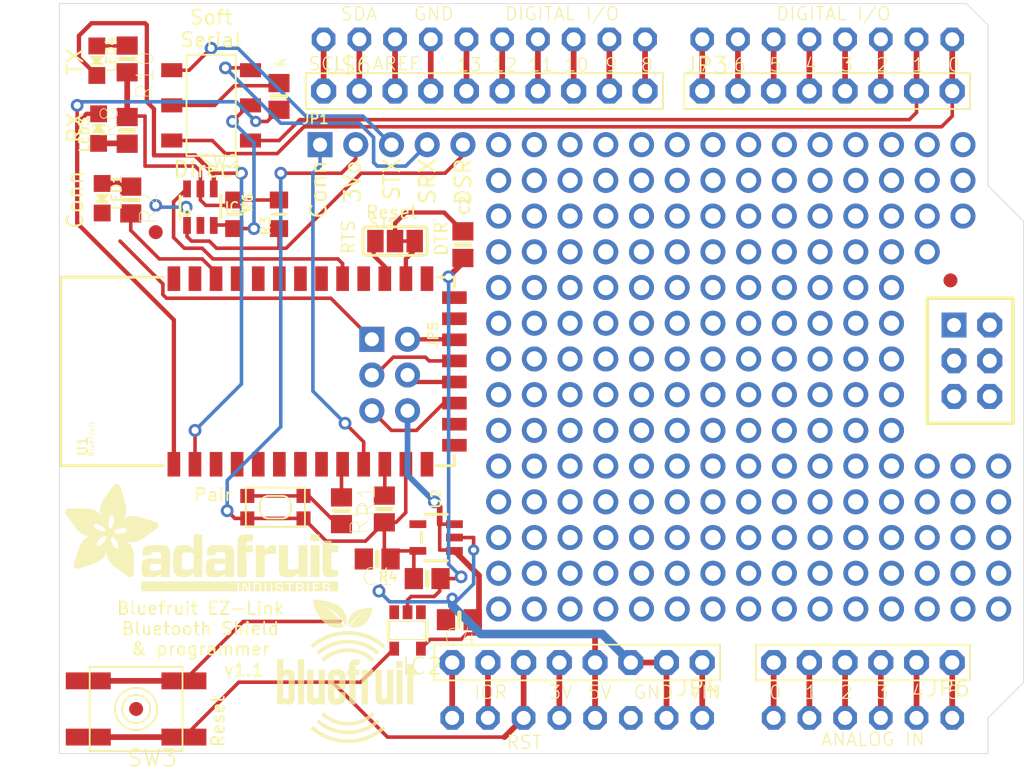
<source format=kicad_pcb>
(kicad_pcb (version 20211014) (generator pcbnew)
  (layers (0 "F.Cu" signal) (31 "B.Cu" signal) (34 "B.Paste" user) (35 "F.Paste" user) (36 "B.SilkS" user "B.Silkscreen") (37 "F.SilkS" user "F.Silkscreen") (38 "B.Mask" user) (39 "F.Mask" user) (44 "Edge.Cuts" user))
  (net 0 "")
  (net 1 "TXD")
  (net 2 "RXD")
  (net 3 "PAIR_LED")
  (net 4 "BT_RESET")
  (net 5 "DSR")
  (net 6 "GND")
  (net 7 "SPI_CS")
  (net 8 "SPI_MOSI")
  (net 9 "SPI_MISO")
  (net 10 "SPI_CLK")
  (net 11 "+5V")
  (net 12 "+3V3")
  (net 13 "PAIR_BTN")
  (net 14 "N$2")
  (net 15 "RXD_5V")
  (net 16 "PAIR_2")
  (net 17 "DTR")
  (net 18 "DSR_5V")
  (net 19 "N$6")
  (net 20 "N$10")
  (net 21 "RTS")
  (net 22 "RTS/DTR")
  (net 23 "STATE")
  (net 24 "D0")
  (net 25 "D1")
  (net 26 "SRX")
  (net 27 "N$8")
  (net 28 "N$9")
  (net 29 "N$11")
  (net 30 "N$12")
  (net 31 "N$13")
  (net 32 "N$14")
  (net 33 "N$15")
  (net 34 "N$16")
  (net 35 "N$17")
  (net 36 "N$18")
  (net 37 "N$19")
  (net 38 "N$20")
  (net 39 "N$21")
  (net 40 "N$22")
  (net 41 "N$23")
  (net 42 "N$24")
  (net 43 "N$25")
  (net 44 "N$27")
  (net 45 "N$28")
  (net 46 "N$29")
  (net 47 "N$30")
  (net 48 "N$31")
  (net 49 "N$32")
  (net 50 "N$26")
  (net 51 "N$33")
  (net 52 "N$34")
  (net 53 "N$35")
  (net 54 "N$36")
  (net 55 "N$37")
  (net 56 "N$38")
  (net 57 "N$39")
  (net 58 "N$40")
  (net 59 "N$41")
  (net 60 "N$42")
  (net 61 "N$43")
  (net 62 "N$44")
  (net 63 "N$45")
  (net 64 "N$46")
  (net 65 "N$47")
  (net 66 "N$48")
  (net 67 "N$49")
  (net 68 "N$50")
  (net 69 "N$51")
  (net 70 "N$52")
  (net 71 "N$53")
  (net 72 "N$54")
  (net 73 "N$55")
  (net 74 "N$56")
  (net 75 "N$57")
  (net 76 "N$58")
  (net 77 "N$59")
  (net 78 "N$60")
  (net 79 "N$63")
  (net 80 "N$64")
  (net 81 "N$65")
  (net 82 "N$66")
  (net 83 "N$67")
  (net 84 "N$68")
  (net 85 "N$69")
  (net 86 "N$70")
  (net 87 "N$71")
  (net 88 "N$72")
  (net 89 "N$73")
  (net 90 "N$74")
  (net 91 "N$75")
  (net 92 "N$76")
  (net 93 "N$77")
  (net 94 "N$78")
  (net 95 "N$79")
  (net 96 "N$80")
  (net 97 "N$81")
  (net 98 "N$82")
  (net 99 "N$83")
  (net 100 "N$84")
  (net 101 "N$85")
  (net 102 "N$86")
  (net 103 "N$87")
  (net 104 "N$88")
  (net 105 "N$89")
  (net 106 "N$90")
  (net 107 "N$91")
  (net 108 "N$92")
  (net 109 "N$93")
  (net 110 "N$94")
  (net 111 "N$95")
  (net 112 "N$96")
  (net 113 "N$97")
  (net 114 "N$98")
  (net 115 "N$99")
  (net 116 "N$100")
  (net 117 "N$101")
  (net 118 "N$102")
  (net 119 "N$103")
  (net 120 "N$104")
  (net 121 "N$105")
  (net 122 "N$106")
  (net 123 "N$107")
  (net 124 "N$108")
  (net 125 "N$109")
  (net 126 "N$110")
  (net 127 "N$111")
  (net 128 "N$112")
  (net 129 "N$113")
  (net 130 "N$114")
  (net 131 "N$115")
  (net 132 "N$116")
  (net 133 "N$117")
  (net 134 "N$118")
  (net 135 "N$119")
  (net 136 "N$120")
  (net 137 "N$121")
  (net 138 "N$122")
  (net 139 "N$123")
  (net 140 "N$124")
  (net 141 "N$125")
  (net 142 "N$126")
  (net 143 "N$127")
  (net 144 "N$128")
  (net 145 "N$129")
  (net 146 "N$130")
  (net 147 "N$131")
  (net 148 "N$132")
  (net 149 "N$133")
  (net 150 "N$134")
  (net 151 "N$135")
  (net 152 "N$136")
  (net 153 "N$137")
  (net 154 "N$138")
  (net 155 "N$139")
  (net 156 "N$140")
  (net 157 "N$141")
  (net 158 "N$142")
  (net 159 "N$143")
  (net 160 "N$144")
  (net 161 "N$145")
  (net 162 "N$146")
  (net 163 "N$147")
  (net 164 "N$148")
  (net 165 "N$149")
  (net 166 "N$150")
  (net 167 "N$151")
  (net 168 "N$152")
  (net 169 "N$153")
  (net 170 "N$154")
  (net 171 "N$155")
  (net 172 "N$156")
  (net 173 "N$157")
  (net 174 "N$158")
  (net 175 "N$159")
  (net 176 "N$160")
  (net 177 "N$161")
  (net 178 "N$162")
  (net 179 "N$163")
  (net 180 "N$164")
  (net 181 "N$165")
  (net 182 "N$166")
  (net 183 "N$167")
  (net 184 "N$168")
  (net 185 "N$169")
  (net 186 "N$170")
  (net 187 "N$171")
  (net 188 "N$172")
  (net 189 "N$173")
  (net 190 "N$174")
  (net 191 "N$175")
  (net 192 "N$176")
  (net 193 "N$177")
  (net 194 "N$178")
  (net 195 "N$179")
  (net 196 "N$180")
  (net 197 "N$181")
  (net 198 "N$182")
  (net 199 "N$183")
  (net 200 "N$184")
  (net 201 "N$185")
  (net 202 "N$186")
  (net 203 "N$187")
  (net 204 "N$188")
  (net 205 "N$189")
  (net 206 "N$190")
  (net 207 "N$191")
  (net 208 "N$192")
  (net 209 "N$193")
  (net 210 "N$194")
  (net 211 "N$195")
  (net 212 "N$196")
  (net 213 "N$197")
  (net 214 "N$198")
  (net 215 "N$199")
  (net 216 "N$200")
  (net 217 "N$201")
  (net 218 "N$202")
  (net 219 "N$203")
  (net 220 "N$204")
  (net 221 "N$205")
  (net 222 "N$206")
  (net 223 "N$207")
  (net 224 "N$208")
  (net 225 "N$209")
  (net 226 "N$210")
  (net 227 "N$211")
  (net 228 "N$212")
  (net 229 "N$213")
  (net 230 "N$214")
  (net 231 "N$215")
  (net 232 "N$216")
  (net 233 "N$217")
  (net 234 "N$218")
  (net 235 "N$219")
  (net 236 "N$220")
  (net 237 "N$221")
  (net 238 "N$222")
  (net 239 "N$223")
  (net 240 "/RESET")
  (net 241 "N$1")
  (net 242 "N$3")
  (net 243 "N$4")
  (net 244 "N$5")
  (net 245 "STX")
  (footprint "boardEagle:EG1390" (layer "F.Cu") (at 125.0061 85.5726 90)
    (fp_text reference "SW2")
    (fp_text value "")
  )
  (footprint "boardEagle:0805-NO" (layer "F.Cu") (at 142.9131 95.4786 90)
    (fp_text reference "C2")
    (fp_text value "2.2uF")
  )
  (footprint "boardEagle:SOT23-5" (layer "F.Cu") (at 138.9761 122.9106 180)
    (fp_text reference "IC2")
    (fp_text value "74AHC1G07DBV")
  )
  (footprint "boardEagle:_0805MP" (layer "F.Cu") (at 126.6571 93.3196 -90)
    (fp_text reference "R6")
    (fp_text value "10K")
  )
  (footprint "boardEagle:1X06-BIG" (layer "F.Cu") (at 171.3611 125.1966 180)
    (fp_text reference "JP6")
    (fp_text value "")
  )
  (footprint "boardEagle:2X03_ROUND_70MIL" (layer "F.Cu") (at 137.7061 104.7496 -90)
    (fp_text reference "JP5")
    (fp_text value "")
  )
  (footprint "boardEagle:CHIPLED_0805_NOOUTLINE" (layer "F.Cu") (at 116.8781 82.3976 180)
    (fp_text reference "LED4")
    (fp_text value "Blue")
  )
  (footprint "boardEagle:ADAFRUIT_TEXT_20MM" (layer "F.Cu") (at 114.4651 120.1166)
    (fp_text reference "U$7" hide)
    (fp_text value "" hide)
  )
  (footprint "" (layer "F.Cu") (at 128.1811 129.1336)
    (fp_text reference "@HOLE2" hide)
    (fp_text value "")
  )
  (footprint "boardEagle:0805-NO" (layer "F.Cu") (at 119.0371 87.3506 90)
    (fp_text reference "R8")
    (fp_text value "220")
  )
  (footprint "boardEagle:BLUEFRUITLOGO_100MM" (layer "F.Cu") (at 129.7051 130.9116)
    (fp_text reference "U$4" hide)
    (fp_text value "" hide)
  )
  (footprint "boardEagle:FIDUCIAL_1MM" (layer "F.Cu") (at 177.5841 98.0186)
    (fp_text reference "FID2" hide)
    (fp_text value "FIDUCIAL\"\"" hide)
  )
  (footprint "boardEagle:FIDUCIAL_1MM" (layer "F.Cu") (at 121.0691 94.5896)
    (fp_text reference "FID3" hide)
    (fp_text value "FIDUCIAL\"\"" hide)
  )
  (footprint "boardEagle:FIDUCIAL_1MM" (layer "F.Cu") (at 119.6721 128.4986)
    (fp_text reference "FID1" hide)
    (fp_text value "FIDUCIAL\"\"" hide)
  )
  (footprint "boardEagle:ARDUINOR3_ICSP" (layer "F.Cu") (at 114.2111 131.6736)
    (fp_text reference "U$5" hide)
    (fp_text value "ARDUINO_R3_ICSP" hide)
    (fp_line (start 68.58 -5.08) (end 68.58 -37.846) (layer "Edge.Cuts") (width 0.05))
    (fp_line (start 0 0) (end 66.04 0) (layer "Edge.Cuts") (width 0.05))
    (fp_line (start 66.04 -2.54) (end 68.58 -5.08) (layer "Edge.Cuts") (width 0.05))
    (fp_line (start 66.04 -40.386) (end 66.04 -51.816) (layer "Edge.Cuts") (width 0.05))
    (fp_line (start 66.04 0) (end 66.04 -2.54) (layer "Edge.Cuts") (width 0.05))
    (fp_line (start 68.58 -37.846) (end 66.04 -40.386) (layer "Edge.Cuts") (width 0.05))
    (fp_line (start 64.516 -53.34) (end 0 -53.34) (layer "Edge.Cuts") (width 0.05))
    (fp_line (start 0 -53.34) (end 0 0) (layer "Edge.Cuts") (width 0.05))
    (fp_line (start 66.04 -51.816) (end 64.516 -53.34) (layer "Edge.Cuts") (width 0.05))
  )
  (footprint "boardEagle:1X08-BIG" (layer "F.Cu") (at 168.8211 84.5566)
    (fp_text reference "JP3")
    (fp_text value "")
  )
  (footprint "boardEagle:0805-NO" (layer "F.Cu") (at 137.3251 114.2746 90)
    (fp_text reference "R1")
    (fp_text value "10K")
  )
  (footprint "boardEagle:CHIPLED_0805_NOOUTLINE" (layer "F.Cu") (at 117.0051 87.2236)
    (fp_text reference "LED3")
    (fp_text value "Blue")
  )
  (footprint "boardEagle:1X10-BIG" (layer "F.Cu") (at 144.4371 84.5566)
    (fp_text reference "U$6")
    (fp_text value "PINHD-1X10")
  )
  (footprint "boardEagle:0805-NO" (layer "F.Cu") (at 134.2771 114.4016 -90)
    (fp_text reference "R5")
    (fp_text value "2.2K")
  )
  (footprint "boardEagle:1X08-BIG" (layer "F.Cu") (at 151.0411 125.1966 180)
    (fp_text reference "JP4")
    (fp_text value "")
  )
  (footprint "boardEagle:BLUETOOTH_MODULE" (layer "F.Cu") (at 128.3081 104.4956 90)
    (fp_text reference "U1")
    (fp_text value "BlueFruit")
  )
  (footprint "boardEagle:SOT23-6" (layer "F.Cu") (at 124.2441 92.8116)
    (fp_text reference "IC1")
    (fp_text value "74LVC2G34DBVR")
  )
  (footprint "boardEagle:0805-NO" (layer "F.Cu") (at 119.2911 92.3036 -90)
    (fp_text reference "R2")
    (fp_text value "1K")
  )
  (footprint "" (layer "F.Cu") (at 129.4511 80.8736)
    (fp_text reference "@HOLE1" hide)
    (fp_text value "")
  )
  (footprint "boardEagle:0805-NO" (layer "F.Cu") (at 142.6591 122.1486 180)
    (fp_text reference "C4")
    (fp_text value "10uF")
  )
  (footprint "boardEagle:0805-NO" (layer "F.Cu") (at 136.8171 117.8306 180)
    (fp_text reference "C1")
    (fp_text value "10uF")
  )
  (footprint "boardEagle:0805-NO" (layer "F.Cu") (at 140.3731 119.2276 180)
    (fp_text reference "R4")
    (fp_text value "10K")
  )
  (footprint "boardEagle:SOT23-5" (layer "F.Cu") (at 141.0081 116.3066 90)
    (fp_text reference "U2")
    (fp_text value "MIC5225-3.3")
  )
  (footprint "boardEagle:SOLDERJUMPER_2WAY_OPEN_NOPASTE" (layer "F.Cu") (at 138.0871 95.2246)
    (fp_text reference "SJ1")
    (fp_text value "")
  )
  (footprint "boardEagle:KMR2" (layer "F.Cu") (at 129.5781 114.1476 180)
    (fp_text reference "SW1" hide)
    (fp_text value "SPST_TACT-KMR2" hide)
  )
  (footprint "boardEagle:CHIPLED_0805_NOOUTLINE" (layer "F.Cu") (at 117.2591 92.1766 180)
    (fp_text reference "LED1")
    (fp_text value "RED")
  )
  (footprint "boardEagle:1X05_ROUND_70" (layer "F.Cu") (at 137.8331 88.3666)
    (fp_text reference "JP1")
    (fp_text value "")
  )
  (footprint "" (layer "F.Cu") (at 180.2511 96.1136)
    (fp_text reference "@HOLE0" hide)
    (fp_text value "")
  )
  (footprint "boardEagle:0805-NO" (layer "F.Cu") (at 119.0371 82.2706 -90)
    (fp_text reference "R10")
    (fp_text value "220")
  )
  (footprint "boardEagle:EVQ-Q2" (layer "F.Cu") (at 119.6721 128.4986 180)
    (fp_text reference "SW3")
    (fp_text value "SPST_TACT-EVQQ2")
  )
  (footprint "boardEagle:0805-NO" (layer "F.Cu") (at 129.8321 84.9376 90)
    (fp_text reference "R7")
    (fp_text value "47 ohm")
  )
  (footprint "boardEagle:_0805MP" (layer "F.Cu") (at 129.8321 93.3196 90)
    (fp_text reference "R3")
    (fp_text value "10K")
  )
  (gr_line (start 182.0291 108.1786) (end 182.0291 99.2886) (layer "F.SilkS") (width 0.254))
  (gr_line (start 175.9331 99.2886) (end 175.9331 108.1786) (layer "F.SilkS") (width 0.254))
  (gr_line (start 175.9331 108.1786) (end 182.0291 108.1786) (layer "F.SilkS") (width 0.254))
  (gr_line (start 182.0291 99.2886) (end 175.9331 99.2886) (layer "F.SilkS") (width 0.254))
  (gr_text "Conn" (at 131.9911 89.3826 90) (layer "F.SilkS") (effects (font (size 1.1176 1.1176) (thickness 0.1524)) (justify right top)))
  (gr_text "TX" (at 115.9891 83.5406 90) (layer "F.SilkS") (effects (font (size 1.1176 1.1176) (thickness 0.1524)) (justify left bottom)))
  (gr_text "3Vo" (at 134.4041 89.3826 90) (layer "F.SilkS") (effects (font (size 1.1176 1.1176) (thickness 0.1524)) (justify right top)))
  (gr_text "v1.1" (at 128.8161 125.1966) (layer "F.SilkS") (effects (font (size 0.89408 0.89408) (thickness 0.12192)) (justify right top)))
  (gr_text "Bluefruit EZ-Link\nBluetooth Shield\n& programmer" (at 124.2441 122.7836) (layer "F.SilkS") (effects (font (size 0.89408 0.89408) (thickness 0.12192))))
  (gr_text "DTR" (at 141.8971 96.3676 90) (layer "F.SilkS") (effects (font (size 0.89408 0.89408) (thickness 0.12192)) (justify left bottom)))
  (gr_text "Reset" (at 126.0221 131.2926 90) (layer "F.SilkS") (effects (font (size 0.89408 0.89408) (thickness 0.12192)) (justify left bottom)))
  (gr_text "Pair" (at 123.7361 113.2586) (layer "F.SilkS") (effects (font (size 0.89408 0.89408) (thickness 0.12192)) (justify left)))
  (gr_text "RX" (at 115.9891 88.3666 90) (layer "F.SilkS") (effects (font (size 1.1176 1.1176) (thickness 0.1524)) (justify left bottom)))
  (gr_text "RTS" (at 135.2931 96.2406 90) (layer "F.SilkS") (effects (font (size 0.89408 0.89408) (thickness 0.12192)) (justify left bottom)))
  (gr_text "Reset" (at 135.9281 93.7006) (layer "F.SilkS") (effects (font (size 0.89408 0.89408) (thickness 0.12192)) (justify left bottom)))
  (gr_text "Direct" (at 122.2121 90.7796) (layer "F.SilkS") (effects (font (size 1.1176 1.1176) (thickness 0.1524)) (justify left bottom)))
  (gr_text "STX" (at 137.1981 89.2556 90) (layer "F.SilkS") (effects (font (size 1.1176 1.1176) (thickness 0.1524)) (justify right top)))
  (gr_text "DSR" (at 142.2781 89.2556 90) (layer "F.SilkS") (effects (font (size 1.1176 1.1176) (thickness 0.1524)) (justify right top)))
  (gr_text "SRX" (at 139.7381 89.2556 90) (layer "F.SilkS") (effects (font (size 1.1176 1.1176) (thickness 0.1524)) (justify right top)))
  (gr_text "Conn" (at 115.9891 94.4626 90) (layer "F.SilkS") (effects (font (size 1.1176 1.1176) (thickness 0.1524)) (justify left bottom)))
  (gr_text "Soft\nSerial" (at 125.0061 80.1116) (layer "F.SilkS") (effects (font (size 1.00584 1.00584) (thickness 0.13716))))
  (segment (start 122.3581 100.8316) (end 122.3581 111.0956) (width 0.3048) (layer "F.Cu") (net 1))
  (segment (start 115.4811 93.9546) (end 122.3581 100.8316) (width 0.3048) (layer "F.Cu") (net 1))
  (segment (start 129.0041 86.7156) (end 129.8321 85.8876) (width 0.254) (layer "F.Cu") (net 1))
  (segment (start 116.1501 86.1736) (end 115.4811 86.8426) (width 0.3048) (layer "F.Cu") (net 1))
  (segment (start 128.1811 86.7156) (end 129.0041 86.7156) (width 0.254) (layer "F.Cu") (net 1))
  (segment (start 117.0051 86.1736) (end 116.1501 86.1736) (width 0.3048) (layer "F.Cu") (net 1))
  (segment (start 115.4811 86.8426) (end 115.4811 93.9546) (width 0.3048) (layer "F.Cu") (net 1))
  (segment (start 115.4811 85.5726) (end 115.4811 86.8426) (width 0.254) (layer "F.Cu") (net 1))
  (via (at 128.1811 86.7156) (size 0.8001) (drill 0.3937) (layers "F.Cu" "B.Cu") (net 1))
  (via (at 115.4811 85.5726) (size 0.9064) (drill 0.5) (layers "F.Cu" "B.Cu") (net 1))
  (segment (start 126.7841 85.3186) (end 115.7351 85.3186) (width 0.254) (layer "B.Cu") (net 1))
  (segment (start 126.7841 85.3186) (end 128.1811 86.7156) (width 0.254) (layer "B.Cu") (net 1))
  (segment (start 115.7351 85.3186) (end 115.4811 85.5726) (width 0.254) (layer "B.Cu") (net 1))
  (segment (start 120.9421 85.8266) (end 120.9421 89.1286) (width 0.3048) (layer "F.Cu") (net 2))
  (segment (start 123.8581 111.0956) (end 123.8631 111.0906) (width 0.254) (layer "F.Cu") (net 2))
  (segment (start 120.4341 79.8576) (end 120.4341 85.3186) (width 0.3048) (layer "F.Cu") (net 2))
  (segment (start 127.1651 90.3986) (end 125.1941 90.3986) (width 0.254) (layer "F.Cu") (net 2))
  (segment (start 123.8631 89.1286) (end 125.1941 90.4596) (width 0.3048) (layer "F.Cu") (net 2))
  (segment (start 125.1941 90.4596) (end 125.1941 90.9066) (width 0.3048) (layer "F.Cu") (net 2))
  (segment (start 123.8631 111.0906) (end 123.8631 108.6866) (width 0.254) (layer "F.Cu") (net 2))
  (segment (start 120.3071 79.7306) (end 120.4341 79.8576) (width 0.3048) (layer "F.Cu") (net 2))
  (segment (start 115.6081 82.1776) (end 115.6081 80.6196) (width 0.3048) (layer "F.Cu") (net 2))
  (segment (start 120.9421 89.1286) (end 123.8631 89.1286) (width 0.3048) (layer "F.Cu") (net 2))
  (segment (start 125.1941 90.9066) (end 125.1941 91.5116) (width 0.3048) (layer "F.Cu") (net 2))
  (segment (start 120.4341 85.3186) (end 120.9421 85.8266) (width 0.3048) (layer "F.Cu") (net 2))
  (segment (start 116.8781 83.4476) (end 115.6081 82.1776) (width 0.3048) (layer "F.Cu") (net 2))
  (segment (start 115.6081 80.6196) (end 116.4971 79.7306) (width 0.3048) (layer "F.Cu") (net 2))
  (segment (start 116.4971 79.7306) (end 120.3071 79.7306) (width 0.3048) (layer "F.Cu") (net 2))
  (segment (start 125.1941 90.3986) (end 125.1941 90.9066) (width 0.254) (layer "F.Cu") (net 2))
  (via (at 123.8631 108.6866) (size 0.9064) (drill 0.5) (layers "F.Cu" "B.Cu") (net 2))
  (via (at 127.1651 90.3986) (size 0.9064) (drill 0.5) (layers "F.Cu" "B.Cu") (net 2))
  (segment (start 123.8631 108.6866) (end 127.1651 105.3846) (width 0.254) (layer "B.Cu") (net 2))
  (segment (start 127.1651 105.3846) (end 127.1651 90.3986) (width 0.254) (layer "B.Cu") (net 2))
  (segment (start 125.3581 97.4816) (end 124.3711 96.4946) (width 0.254) (layer "F.Cu") (net 3))
  (segment (start 121.3231 96.4946) (end 119.2911 94.4626) (width 0.254) (layer "F.Cu") (net 3))
  (segment (start 119.2911 94.4626) (end 119.2911 93.2536) (width 0.254) (layer "F.Cu") (net 3))
  (segment (start 125.3581 97.8956) (end 125.3581 97.4816) (width 0.254) (layer "F.Cu") (net 3))
  (segment (start 124.3711 96.4946) (end 121.3231 96.4946) (width 0.254) (layer "F.Cu") (net 3))
  (segment (start 137.3251 113.3246) (end 137.3581 113.2916) (width 0.254) (layer "F.Cu") (net 4))
  (segment (start 137.3581 113.2916) (end 137.3581 111.0956) (width 0.254) (layer "F.Cu") (net 4))
  (segment (start 123.1011 91.6686) (end 123.1011 91.7046) (width 0.254) (layer "F.Cu") (net 5))
  (segment (start 123.1011 95.7326) (end 122.3391 94.9706) (width 0.254) (layer "F.Cu") (net 5))
  (segment (start 134.0231 96.4946) (end 125.1331 96.4946) (width 0.254) (layer "F.Cu") (net 5))
  (segment (start 125.1331 96.4946) (end 124.3711 95.7326) (width 0.254) (layer "F.Cu") (net 5))
  (segment (start 123.1011 91.7046) (end 123.2941 91.5116) (width 0.254) (layer "F.Cu") (net 5))
  (segment (start 124.3711 95.7326) (end 123.1011 95.7326) (width 0.254) (layer "F.Cu") (net 5))
  (segment (start 122.3391 94.9706) (end 122.3391 92.4306) (width 0.254) (layer "F.Cu") (net 5))
  (segment (start 122.3391 92.4306) (end 123.1011 91.6686) (width 0.254) (layer "F.Cu") (net 5))
  (segment (start 134.3581 96.8296) (end 134.0231 96.4946) (width 0.254) (layer "F.Cu") (net 5))
  (segment (start 134.3581 97.8956) (end 134.3581 96.8296) (width 0.254) (layer "F.Cu") (net 5))
  (segment (start 154.8511 125.1966) (end 157.3911 125.1966) (width 0.4064) (layer "F.Cu") (net 6))
  (segment (start 127.2951 122.2756) (end 134.1501 122.2756) (width 0.254) (layer "F.Cu") (net 6))
  (segment (start 136.9441 120.1166) (end 136.9441 119.8626) (width 0.254) (layer "F.Cu") (net 6))
  (segment (start 133.5151 99.2886) (end 121.8311 99.2886) (width 0.254) (layer "F.Cu") (net 6))
  (segment (start 121.0691 92.6846) (end 120.8151 92.6846) (width 0.254) (layer "F.Cu") (net 6))
  (segment (start 121.5771 98.2726) (end 118.5291 95.2246) (width 0.254) (layer "F.Cu") (net 6))
  (segment (start 142.3082 116.3066) (end 143.6751 116.3066) (width 0.254) (layer "F.Cu") (net 6))
  (segment (start 121.8311 99.2886) (end 121.5771 99.0346) (width 0.254) (layer "F.Cu") (net 6))
  (segment (start 140.6271 80.8736) (end 140.6271 84.5566) (width 0.4064) (layer "F.Cu") (net 6))
  (segment (start 157.3911 125.1966) (end 157.3911 129.1336) (width 0.4064) (layer "F.Cu") (net 6))
  (segment (start 143.6751 116.3066) (end 143.6751 117.1956) (width 0.254) (layer "F.Cu") (net 6))
  (segment (start 136.9441 119.8626) (end 137.0711 119.7356) (width 0.254) (layer "F.Cu") (net 6))
  (segment (start 116.2721 126.4986) (end 123.0721 126.4986) (width 0.4064) (layer "F.Cu") (net 6))
  (segment (start 121.5771 99.0346) (end 121.5771 98.2726) (width 0.254) (layer "F.Cu") (net 6))
  (segment (start 136.4361 102.2096) (end 133.5151 99.2886) (width 0.254) (layer "F.Cu") (net 6))
  (segment (start 123.0721 126.4986) (end 127.2951 122.2756) (width 0.254) (layer "F.Cu") (net 6))
  (via (at 123.2281 92.8116) (size 0.9064) (drill 0.5) (layers "F.Cu" "B.Cu") (net 6))
  (via (at 136.9441 120.1166) (size 0.9064) (drill 0.5) (layers "F.Cu" "B.Cu") (net 6))
  (via (at 142.1511 120.6246) (size 0.8001) (drill 0.3937) (layers "F.Cu" "B.Cu") (net 6))
  (via (at 121.0691 92.6846) (size 0.9064) (drill 0.5) (layers "F.Cu" "B.Cu") (net 6))
  (via (at 143.6751 117.1956) (size 0.8001) (drill 0.3937) (layers "F.Cu" "B.Cu") (net 6))
  (segment (start 142.4051 120.8786) (end 142.1511 120.6246) (width 0.254) (layer "B.Cu") (net 6))
  (segment (start 152.8191 123.1646) (end 144.1831 123.1646) (width 0.6096) (layer "B.Cu") (net 6))
  (segment (start 121.3231 92.6846) (end 121.0691 92.6846) (width 0.254) (layer "B.Cu") (net 6))
  (segment (start 142.4051 120.8786) (end 143.6751 119.6086) (width 0.254) (layer "B.Cu") (net 6))
  (segment (start 142.1511 121.1326) (end 142.1511 120.6246) (width 0.6096) (layer "B.Cu") (net 6))
  (segment (start 154.8511 125.1966) (end 152.8191 123.1646) (width 0.6096) (layer "B.Cu") (net 6))
  (segment (start 121.4501 92.8116) (end 121.3231 92.6846) (width 0.254) (layer "B.Cu") (net 6))
  (segment (start 137.7061 120.8786) (end 142.4051 120.8786) (width 0.254) (layer "B.Cu") (net 6))
  (segment (start 144.1831 123.1646) (end 142.1511 121.1326) (width 0.6096) (layer "B.Cu") (net 6))
  (segment (start 143.6751 119.6086) (end 143.6751 117.1956) (width 0.254) (layer "B.Cu") (net 6))
  (segment (start 123.2281 92.8116) (end 121.4501 92.8116) (width 0.254) (layer "B.Cu") (net 6))
  (segment (start 137.7061 120.8786) (end 136.9441 120.1166) (width 0.254) (layer "B.Cu") (net 6))
  (segment (start 139.6111 108.6866) (end 141.5521 106.7456) (width 0.254) (layer "F.Cu") (net 7))
  (segment (start 136.4361 107.2896) (end 137.8331 108.6866) (width 0.254) (layer "F.Cu") (net 7))
  (segment (start 137.8331 108.6866) (end 139.6111 108.6866) (width 0.254) (layer "F.Cu") (net 7))
  (segment (start 141.5521 106.7456) (end 142.3081 106.7456) (width 0.254) (layer "F.Cu") (net 7))
  (segment (start 138.9761 104.7496) (end 139.4721 105.2456) (width 0.3048) (layer "F.Cu") (net 8))
  (segment (start 139.4721 105.2456) (end 142.3081 105.2456) (width 0.3048) (layer "F.Cu") (net 8))
  (segment (start 140.2461 103.4796) (end 140.5121 103.7456) (width 0.254) (layer "F.Cu") (net 9))
  (segment (start 140.5121 103.7456) (end 142.3081 103.7456) (width 0.254) (layer "F.Cu") (net 9))
  (segment (start 136.6901 104.7496) (end 137.9601 103.4796) (width 0.254) (layer "F.Cu") (net 9))
  (segment (start 137.9601 103.4796) (end 140.2461 103.4796) (width 0.254) (layer "F.Cu") (net 9))
  (segment (start 136.4361 104.7496) (end 136.6901 104.7496) (width 0.254) (layer "F.Cu") (net 9))
  (segment (start 142.9131 102.0826) (end 142.4711 102.0826) (width 0.3048) (layer "F.Cu") (net 10))
  (segment (start 142.4711 102.0826) (end 142.3081 102.2456) (width 0.3048) (layer "F.Cu") (net 10))
  (segment (start 138.9761 102.2096) (end 142.7861 102.2096) (width 0.3048) (layer "F.Cu") (net 10))
  (segment (start 142.7861 102.2096) (end 142.9131 102.0826) (width 0.3048) (layer "F.Cu") (net 10))
  (segment (start 142.7861 123.5456) (end 143.1671 123.1646) (width 0.254) (layer "F.Cu") (net 11))
  (segment (start 140.8811 113.7666) (end 141.2621 114.1476) (width 0.4064) (layer "F.Cu") (net 11))
  (segment (start 142.3082 115.3566) (end 141.2621 115.3566) (width 0.254) (layer "F.Cu") (net 11))
  (segment (start 143.1671 123.1646) (end 144.0561 123.1646) (width 0.254) (layer "F.Cu") (net 11))
  (segment (start 143.8631 122.4026) (end 144.0561 122.4026) (width 0.254) (layer "F.Cu") (net 11))
  (segment (start 142.3082 117.2566) (end 144.0561 119.0045) (width 0.4064) (layer "F.Cu") (net 11))
  (segment (start 152.0571 123.1646) (end 144.0561 123.1646) (width 0.4064) (layer "F.Cu") (net 11))
  (segment (start 143.6091 122.1486) (end 143.8631 122.4026) (width 0.254) (layer "F.Cu") (net 11))
  (segment (start 140.5911 123.5456) (end 142.7861 123.5456) (width 0.254) (layer "F.Cu") (net 11))
  (segment (start 144.0561 122.4026) (end 144.0561 123.1646) (width 0.4064) (layer "F.Cu") (net 11))
  (segment (start 152.3111 123.4186) (end 152.0571 123.1646) (width 0.4064) (layer "F.Cu") (net 11))
  (segment (start 141.2621 115.3566) (end 141.2621 117.1956) (width 0.254) (layer "F.Cu") (net 11))
  (segment (start 142.3082 117.1956) (end 142.3082 117.2566) (width 0.254) (layer "F.Cu") (net 11))
  (segment (start 141.2621 117.1956) (end 142.3082 117.1956) (width 0.254) (layer "F.Cu") (net 11))
  (segment (start 152.3111 125.1966) (end 152.3111 123.4186) (width 0.4064) (layer "F.Cu") (net 11))
  (segment (start 144.0561 119.0045) (end 144.0561 122.4026) (width 0.4064) (layer "F.Cu") (net 11))
  (segment (start 141.2621 114.1476) (end 141.2621 115.3566) (width 0.4064) (layer "F.Cu") (net 11))
  (segment (start 139.9261 124.2106) (end 140.5911 123.5456) (width 0.254) (layer "F.Cu") (net 11))
  (segment (start 152.3111 129.1336) (end 152.3111 125.1966) (width 0.4064) (layer "F.Cu") (net 11))
  (via (at 140.8811 113.7666) (size 0.9064) (drill 0.5) (layers "F.Cu" "B.Cu") (net 11))
  (segment (start 138.9761 107.2896) (end 138.9761 111.8616) (width 0.4064) (layer "B.Cu") (net 11))
  (segment (start 138.9761 111.8616) (end 140.8811 113.7666) (width 0.4064) (layer "B.Cu") (net 11))
  (segment (start 124.2441 90.2716) (end 123.8631 89.8906) (width 0.254) (layer "F.Cu") (net 12))
  (segment (start 126.2761 92.6846) (end 126.6571 92.3036) (width 0.254) (layer "F.Cu") (net 12))
  (segment (start 135.9891 116.5606) (end 137.3251 115.2246) (width 0.254) (layer "F.Cu") (net 12))
  (segment (start 129.9591 90.3986) (end 134.2771 90.3986) (width 0.254) (layer "F.Cu") (net 12))
  (segment (start 129.9591 92.1766) (end 129.9591 90.3986) (width 0.254) (layer "F.Cu") (net 12))
  (segment (start 137.7671 118.0236) (end 137.7671 117.8306) (width 0.254) (layer "F.Cu") (net 12))
  (segment (start 135.2931 89.3826) (end 135.2931 88.3666) (width 0.254) (layer "F.Cu") (net 12))
  (segment (start 126.6571 92.3036) (end 129.8321 92.3036) (width 0.254) (layer "F.Cu") (net 12))
  (segment (start 119.1031 86.3346) (end 119.0371 86.4006) (width 0.254) (layer "F.Cu") (net 12))
  (segment (start 119.0371 83.2206) (end 119.0371 86.4006) (width 0.4064) (layer "F.Cu") (net 12))
  (segment (start 133.1911 116.5606) (end 135.9891 116.5606) (width 0.254) (layer "F.Cu") (net 12))
  (segment (start 139.708 117.2566) (end 139.4231 117.2566) (width 0.254) (layer "F.Cu") (net 12))
  (segment (start 124.6251 92.6846) (end 126.2761 92.6846) (width 0.254) (layer "F.Cu") (net 12))
  (segment (start 120.3071 89.8906) (end 120.3071 86.3346) (width 0.254) (layer "F.Cu") (net 12))
  (segment (start 124.2441 91.5116) (end 124.2441 92.3036) (width 0.254) (layer "F.Cu") (net 12))
  (segment (start 137.3251 115.2246) (end 137.3251 117.3886) (width 0.254) (layer "F.Cu") (net 12))
  (segment (start 138.3411 117.2566) (end 139.708 117.2566) (width 0.254) (layer "F.Cu") (net 12))
  (segment (start 127.5781 114.9476) (end 131.5781 114.9476) (width 0.254) (layer "F.Cu") (net 12))
  (segment (start 138.8581 111.0956) (end 138.8491 111.1046) (width 0.254) (layer "F.Cu") (net 12))
  (segment (start 138.8491 114.5286) (end 138.1531 115.2246) (width 0.254) (layer "F.Cu") (net 12))
  (segment (start 127.5781 114.9476) (end 126.6951 114.9476) (width 0.254) (layer "F.Cu") (net 12))
  (segment (start 137.3251 117.3886) (end 137.7671 117.8306) (width 0.254) (layer "F.Cu") (net 12))
  (segment (start 129.8321 92.3036) (end 129.9591 92.1766) (width 0.254) (layer "F.Cu") (net 12))
  (segment (start 139.4231 117.2566) (end 139.4231 119.2276) (width 0.254) (layer "F.Cu") (net 12))
  (segment (start 138.1531 115.2246) (end 137.3251 115.2246) (width 0.254) (layer "F.Cu") (net 12))
  (segment (start 131.5781 114.9476) (end 133.1911 116.5606) (width 0.254) (layer "F.Cu") (net 12))
  (segment (start 120.3071 86.3346) (end 119.1031 86.3346) (width 0.254) (layer "F.Cu") (net 12))
  (segment (start 124.2441 91.5116) (end 124.2441 90.2716) (width 0.254) (layer "F.Cu") (net 12))
  (segment (start 137.7671 117.8306) (end 138.3411 117.2566) (width 0.254) (layer "F.Cu") (net 12))
  (segment (start 138.8491 111.1046) (end 138.8491 114.5286) (width 0.254) (layer "F.Cu") (net 12))
  (segment (start 124.2441 92.3036) (end 124.6251 92.6846) (width 0.254) (layer "F.Cu") (net 12))
  (segment (start 123.8631 89.8906) (end 120.3071 89.8906) (width 0.254) (layer "F.Cu") (net 12))
  (segment (start 126.6951 114.9476) (end 126.1491 114.4016) (width 0.254) (layer "F.Cu") (net 12))
  (segment (start 134.2771 90.3986) (end 135.2931 89.3826) (width 0.254) (layer "F.Cu") (net 12))
  (via (at 126.1491 114.4016) (size 0.9064) (drill 0.5) (layers "F.Cu" "B.Cu") (net 12))
  (via (at 129.9591 90.3986) (size 0.9064) (drill 0.5) (layers "F.Cu" "B.Cu") (net 12))
  (segment (start 126.1491 112.2426) (end 129.9591 108.4326) (width 0.254) (layer "B.Cu") (net 12))
  (segment (start 126.1491 114.4016) (end 126.1491 112.2426) (width 0.254) (layer "B.Cu") (net 12))
  (segment (start 129.9591 108.4326) (end 129.9591 90.3986) (width 0.254) (layer "B.Cu") (net 12))
  (segment (start 134.3581 111.0956) (end 134.2771 111.1766) (width 0.254) (layer "F.Cu") (net 13))
  (segment (start 134.2771 111.1766) (end 134.2771 113.4516) (width 0.254) (layer "F.Cu") (net 13))
  (segment (start 117.2591 91.1266) (end 119.0641 91.1266) (width 0.4064) (layer "F.Cu") (net 14))
  (segment (start 119.0641 91.1266) (end 119.2911 91.3536) (width 0.4064) (layer "F.Cu") (net 14))
  (segment (start 126.5301 86.7156) (end 127.6731 85.5726) (width 0.254) (layer "F.Cu") (net 15))
  (segment (start 127.6731 85.5726) (end 127.8061 85.5726) (width 0.254) (layer "F.Cu") (net 15))
  (segment (start 125.2241 94.0816) (end 125.1941 94.1116) (width 0.254) (layer "F.Cu") (net 15))
  (segment (start 126.4031 94.0816) (end 126.6571 94.3356) (width 0.254) (layer "F.Cu") (net 15))
  (segment (start 126.4031 94.0816) (end 125.2241 94.0816) (width 0.254) (layer "F.Cu") (net 15))
  (segment (start 128.0541 94.3356) (end 126.6571 94.3356) (width 0.254) (layer "F.Cu") (net 15))
  (segment (start 126.6571 94.3356) (end 127.0381 94.3356) (width 0.254) (layer "F.Cu") (net 15))
  (via (at 126.5301 86.7156) (size 0.9064) (drill 0.5) (layers "F.Cu" "B.Cu") (net 15))
  (via (at 128.0541 94.3356) (size 0.9064) (drill 0.5) (layers "F.Cu" "B.Cu") (net 15))
  (segment (start 128.0541 88.2396) (end 128.0541 94.3356) (width 0.254) (layer "B.Cu") (net 15))
  (segment (start 126.5301 86.7156) (end 128.0541 88.2396) (width 0.254) (layer "B.Cu") (net 15))
  (segment (start 131.5781 113.3476) (end 127.5781 113.3476) (width 0.254) (layer "F.Cu") (net 16))
  (segment (start 134.2771 115.3516) (end 133.9571 115.3516) (width 0.254) (layer "F.Cu") (net 16))
  (segment (start 131.6161 113.3856) (end 131.5781 113.3476) (width 0.254) (layer "F.Cu") (net 16))
  (segment (start 131.9911 113.3856) (end 131.6161 113.3856) (width 0.254) (layer "F.Cu") (net 16))
  (segment (start 133.9571 115.3516) (end 131.9911 113.3856) (width 0.254) (layer "F.Cu") (net 16))
  (segment (start 138.8581 97.8956) (end 138.8581 96.4856) (width 0.3048) (layer "F.Cu") (net 17))
  (segment (start 138.8581 96.4856) (end 139.3571 95.9866) (width 0.3048) (layer "F.Cu") (net 17))
  (segment (start 139.3571 95.9866) (end 139.3571 95.3516) (width 0.3048) (layer "F.Cu") (net 17))
  (segment (start 139.3571 95.3516) (end 139.4841 95.2246) (width 0.3048) (layer "F.Cu") (net 17))
  (segment (start 129.8321 94.3356) (end 129.8321 95.7326) (width 0.254) (layer "F.Cu") (net 18))
  (segment (start 130.3401 95.7326) (end 135.6741 90.3986) (width 0.254) (layer "F.Cu") (net 18))
  (segment (start 124.8791 95.2246) (end 125.3871 95.7326) (width 0.254) (layer "F.Cu") (net 18))
  (segment (start 124.8791 95.2246) (end 123.6091 95.2246) (width 0.254) (layer "F.Cu") (net 18))
  (segment (start 142.9131 89.1286) (end 142.9131 88.3666) (width 0.254) (layer "F.Cu") (net 18))
  (segment (start 129.8321 95.7326) (end 130.3401 95.7326) (width 0.254) (layer "F.Cu") (net 18))
  (segment (start 125.3871 95.7326) (end 129.8321 95.7326) (width 0.254) (layer "F.Cu") (net 18))
  (segment (start 123.6091 95.2246) (end 123.2941 94.9096) (width 0.254) (layer "F.Cu") (net 18))
  (segment (start 141.6431 90.3986) (end 142.9131 89.1286) (width 0.254) (layer "F.Cu") (net 18))
  (segment (start 135.6741 90.3986) (end 141.6431 90.3986) (width 0.254) (layer "F.Cu") (net 18))
  (segment (start 123.2941 94.9096) (end 123.2941 94.1116) (width 0.254) (layer "F.Cu") (net 18))
  (segment (start 117.0051 88.2736) (end 119.0101 88.2736) (width 0.4064) (layer "F.Cu") (net 19))
  (segment (start 119.0101 88.2736) (end 119.0371 88.3006) (width 0.4064) (layer "F.Cu") (net 19))
  (segment (start 119.0101 81.3476) (end 116.8781 81.3476) (width 0.254) (layer "F.Cu") (net 20))
  (segment (start 119.0371 81.3206) (end 119.0101 81.3476) (width 0.254) (layer "F.Cu") (net 20))
  (segment (start 137.3581 97.0356) (end 136.5631 96.2406) (width 0.3048) (layer "F.Cu") (net 21))
  (segment (start 136.5631 95.3516) (end 136.6901 95.2246) (width 0.3048) (layer "F.Cu") (net 21))
  (segment (start 136.5631 96.2406) (end 136.5631 95.3516) (width 0.3048) (layer "F.Cu") (net 21))
  (segment (start 137.3581 97.8956) (end 137.3581 97.0356) (width 0.3048) (layer "F.Cu") (net 21))
  (segment (start 138.0871 95.2246) (end 138.0871 93.9546) (width 0.3048) (layer "F.Cu") (net 22))
  (segment (start 138.0871 93.9546) (end 138.8491 93.1926) (width 0.3048) (layer "F.Cu") (net 22))
  (segment (start 141.5771 93.1926) (end 142.9131 94.5286) (width 0.3048) (layer "F.Cu") (net 22))
  (segment (start 139.6111 95.2246) (end 139.7381 95.3516) (width 0.254) (layer "F.Cu") (net 22))
  (segment (start 138.0871 95.2246) (end 139.6111 95.2246) (width 0.254) (layer "F.Cu") (net 22))
  (segment (start 138.8491 93.1926) (end 141.5771 93.1926) (width 0.3048) (layer "F.Cu") (net 22))
  (segment (start 135.8581 111.0956) (end 135.8581 109.5056) (width 0.254) (layer "F.Cu") (net 23))
  (segment (start 135.8581 109.5056) (end 134.5311 108.1786) (width 0.254) (layer "F.Cu") (net 23))
  (via (at 134.5311 108.1786) (size 0.9064) (drill 0.5) (layers "F.Cu" "B.Cu") (net 23))
  (segment (start 132.2451 105.8926) (end 132.2451 90.3986) (width 0.254) (layer "B.Cu") (net 23))
  (segment (start 134.5311 108.1786) (end 132.2451 105.8926) (width 0.254) (layer "B.Cu") (net 23))
  (segment (start 132.2451 90.3986) (end 132.7531 89.8906) (width 0.254) (layer "B.Cu") (net 23))
  (segment (start 132.7531 89.8906) (end 132.7531 88.3666) (width 0.254) (layer "B.Cu") (net 23))
  (segment (start 176.9491 87.0966) (end 131.6101 87.0966) (width 0.254) (layer "F.Cu") (net 24))
  (segment (start 125.0931 88.0726) (end 126.0221 89.0016) (width 0.254) (layer "F.Cu") (net 24))
  (segment (start 177.7111 84.5566) (end 177.7111 86.3346) (width 0.254) (layer "F.Cu") (net 24))
  (segment (start 129.7051 89.0016) (end 131.6101 87.0966) (width 0.254) (layer "F.Cu") (net 24))
  (segment (start 177.7111 86.3346) (end 176.9491 87.0966) (width 0.254) (layer "F.Cu") (net 24))
  (segment (start 177.7111 80.8736) (end 177.7111 84.5566) (width 0.4064) (layer "F.Cu") (net 24))
  (segment (start 126.0221 89.0016) (end 129.7051 89.0016) (width 0.254) (layer "F.Cu") (net 24))
  (segment (start 122.2061 88.0726) (end 125.0931 88.0726) (width 0.254) (layer "F.Cu") (net 24))
  (segment (start 129.8381 88.0726) (end 127.8061 88.0726) (width 0.254) (layer "F.Cu") (net 25))
  (segment (start 175.1711 84.5566) (end 175.1711 86.0806) (width 0.254) (layer "F.Cu") (net 25))
  (segment (start 175.1711 80.8736) (end 175.1711 84.5566) (width 0.4064) (layer "F.Cu") (net 25))
  (segment (start 174.6631 86.5886) (end 131.3221 86.5886) (width 0.254) (layer "F.Cu") (net 25))
  (segment (start 175.1711 86.0806) (end 174.6631 86.5886) (width 0.254) (layer "F.Cu") (net 25))
  (segment (start 131.3221 86.5886) (end 129.8381 88.0726) (width 0.254) (layer "F.Cu") (net 25))
  (segment (start 127.8061 83.0726) (end 127.6391 82.9056) (width 0.254) (layer "F.Cu") (net 26))
  (segment (start 126.0221 82.9056) (end 127.6391 82.9056) (width 0.254) (layer "F.Cu") (net 26))
  (via (at 126.0221 82.9056) (size 0.9064) (drill 0.5) (layers "F.Cu" "B.Cu") (net 26))
  (segment (start 136.8171 89.8906) (end 136.5631 89.6366) (width 0.254) (layer "B.Cu") (net 26))
  (segment (start 136.5631 89.6366) (end 136.5631 87.8586) (width 0.254) (layer "B.Cu") (net 26))
  (segment (start 140.3731 88.3666) (end 138.8491 89.8906) (width 0.254) (layer "B.Cu") (net 26))
  (segment (start 138.8491 89.8906) (end 136.8171 89.8906) (width 0.254) (layer "B.Cu") (net 26))
  (segment (start 136.5631 87.8586) (end 135.5471 86.8426) (width 0.254) (layer "B.Cu") (net 26))
  (segment (start 129.9591 86.8426) (end 126.0221 82.9056) (width 0.254) (layer "B.Cu") (net 26))
  (segment (start 135.5471 86.8426) (end 129.9591 86.8426) (width 0.254) (layer "B.Cu") (net 26))
  (segment (start 165.0111 80.8736) (end 165.0111 84.5566) (width 0.4064) (layer "F.Cu") (net 27))
  (segment (start 167.5511 80.8736) (end 167.5511 84.5566) (width 0.4064) (layer "F.Cu") (net 28))
  (segment (start 170.0911 80.8736) (end 170.0911 84.5566) (width 0.4064) (layer "F.Cu") (net 29))
  (segment (start 172.6311 80.8736) (end 172.6311 84.5566) (width 0.4064) (layer "F.Cu") (net 30))
  (segment (start 159.9311 129.1336) (end 159.9311 125.1966) (width 0.4064) (layer "F.Cu") (net 31))
  (segment (start 149.7711 129.1336) (end 149.7711 125.1966) (width 0.4064) (layer "F.Cu") (net 32))
  (segment (start 144.6911 129.1336) (end 144.6911 125.1966) (width 0.4064) (layer "F.Cu") (net 33))
  (segment (start 142.1511 129.1336) (end 142.1511 125.1966) (width 0.4064) (layer "F.Cu") (net 34))
  (segment (start 177.7111 129.1336) (end 177.7111 125.1966) (width 0.4064) (layer "F.Cu") (net 35))
  (segment (start 175.1711 125.1966) (end 175.1711 129.1336) (width 0.4064) (layer "F.Cu") (net 36))
  (segment (start 172.6311 125.1966) (end 172.6311 129.1336) (width 0.4064) (layer "F.Cu") (net 37))
  (segment (start 170.0911 125.1966) (end 170.0911 129.1336) (width 0.4064) (layer "F.Cu") (net 38))
  (segment (start 167.5511 125.1966) (end 167.5511 129.1336) (width 0.4064) (layer "F.Cu") (net 39))
  (segment (start 165.0111 125.1966) (end 165.0111 129.1336) (width 0.4064) (layer "F.Cu") (net 40))
  (segment (start 133.0071 80.8736) (end 133.0071 84.5566) (width 0.4064) (layer "F.Cu") (net 41))
  (segment (start 135.5471 80.8736) (end 135.5471 84.5566) (width 0.4064) (layer "F.Cu") (net 42))
  (segment (start 138.0871 80.8736) (end 138.0871 84.5566) (width 0.4064) (layer "F.Cu") (net 43))
  (segment (start 143.1671 80.8736) (end 143.1671 84.5566) (width 0.4064) (layer "F.Cu") (net 44))
  (segment (start 145.7071 80.8736) (end 145.7071 84.5566) (width 0.4064) (layer "F.Cu") (net 45))
  (segment (start 148.2471 80.8736) (end 148.2471 84.5566) (width 0.4064) (layer "F.Cu") (net 46))
  (segment (start 150.7871 80.8736) (end 150.7871 84.5566) (width 0.4064) (layer "F.Cu") (net 47))
  (segment (start 153.3271 80.8736) (end 153.3271 84.5566) (width 0.4064) (layer "F.Cu") (net 48))
  (segment (start 155.8671 80.8736) (end 155.8671 84.5566) (width 0.4064) (layer "F.Cu") (net 49))
  (via (at 173.3931 88.3666) (size 1.778) (drill 1.1) (layers "F.Cu" "B.Cu") (net 50))
  (via (at 173.3931 90.9066) (size 1.778) (drill 1.1) (layers "F.Cu" "B.Cu") (net 51))
  (via (at 173.3931 93.4466) (size 1.778) (drill 1.1) (layers "F.Cu" "B.Cu") (net 52))
  (via (at 173.3931 95.9866) (size 1.778) (drill 1.1) (layers "F.Cu" "B.Cu") (net 53))
  (via (at 173.3931 98.5266) (size 1.778) (drill 1.1) (layers "F.Cu" "B.Cu") (net 54))
  (via (at 173.3931 101.0666) (size 1.778) (drill 1.1) (layers "F.Cu" "B.Cu") (net 55))
  (via (at 173.3931 103.6066) (size 1.778) (drill 1.1) (layers "F.Cu" "B.Cu") (net 56))
  (via (at 173.3931 106.1466) (size 1.778) (drill 1.1) (layers "F.Cu" "B.Cu") (net 57))
  (via (at 173.3931 108.6866) (size 1.778) (drill 1.1) (layers "F.Cu" "B.Cu") (net 58))
  (via (at 173.3931 111.2266) (size 1.778) (drill 1.1) (layers "F.Cu" "B.Cu") (net 59))
  (via (at 173.3931 116.3066) (size 1.778) (drill 1.1) (layers "F.Cu" "B.Cu") (net 60))
  (via (at 173.3931 113.7666) (size 1.778) (drill 1.1) (layers "F.Cu" "B.Cu") (net 61))
  (via (at 173.3931 118.8466) (size 1.778) (drill 1.1) (layers "F.Cu" "B.Cu") (net 62))
  (via (at 173.3931 121.3866) (size 1.778) (drill 1.1) (layers "F.Cu" "B.Cu") (net 63))
  (via (at 175.9331 121.3866) (size 1.778) (drill 1.1) (layers "F.Cu" "B.Cu") (net 64))
  (via (at 178.4731 121.3866) (size 1.778) (drill 1.1) (layers "F.Cu" "B.Cu") (net 65))
  (via (at 178.4731 118.8466) (size 1.778) (drill 1.1) (layers "F.Cu" "B.Cu") (net 66))
  (via (at 175.9331 118.8466) (size 1.778) (drill 1.1) (layers "F.Cu" "B.Cu") (net 67))
  (via (at 175.9331 116.3066) (size 1.778) (drill 1.1) (layers "F.Cu" "B.Cu") (net 68))
  (via (at 181.0131 116.3066) (size 1.778) (drill 1.1) (layers "F.Cu" "B.Cu") (net 69))
  (via (at 181.0131 118.8466) (size 1.778) (drill 1.1) (layers "F.Cu" "B.Cu") (net 70))
  (via (at 181.0131 121.3866) (size 1.778) (drill 1.1) (layers "F.Cu" "B.Cu") (net 71))
  (via (at 178.4731 116.3066) (size 1.778) (drill 1.1) (layers "F.Cu" "B.Cu") (net 72))
  (via (at 181.0131 113.7666) (size 1.778) (drill 1.1) (layers "F.Cu" "B.Cu") (net 73))
  (via (at 178.4731 113.7666) (size 1.778) (drill 1.1) (layers "F.Cu" "B.Cu") (net 74))
  (via (at 175.9331 113.7666) (size 1.778) (drill 1.1) (layers "F.Cu" "B.Cu") (net 75))
  (via (at 175.9331 111.2266) (size 1.778) (drill 1.1) (layers "F.Cu" "B.Cu") (net 76))
  (via (at 178.4731 111.2266) (size 1.778) (drill 1.1) (layers "F.Cu" "B.Cu") (net 77))
  (via (at 181.0131 111.2266) (size 1.778) (drill 1.1) (layers "F.Cu" "B.Cu") (net 78))
  (via (at 175.9331 95.9866) (size 1.778) (drill 1.1) (layers "F.Cu" "B.Cu") (net 79))
  (via (at 175.9331 93.4466) (size 1.778) (drill 1.1) (layers "F.Cu" "B.Cu") (net 80))
  (via (at 178.4731 93.4466) (size 1.778) (drill 1.1) (layers "F.Cu" "B.Cu") (net 81))
  (via (at 178.4731 90.9066) (size 1.778) (drill 1.1) (layers "F.Cu" "B.Cu") (net 82))
  (via (at 175.9331 90.9066) (size 1.778) (drill 1.1) (layers "F.Cu" "B.Cu") (net 83))
  (via (at 175.9331 88.3666) (size 1.778) (drill 1.1) (layers "F.Cu" "B.Cu") (net 84))
  (via (at 178.4731 88.3666) (size 1.778) (drill 1.1) (layers "F.Cu" "B.Cu") (net 85))
  (via (at 170.8531 88.3666) (size 1.778) (drill 1.1) (layers "F.Cu" "B.Cu") (net 86))
  (via (at 170.8531 90.9066) (size 1.778) (drill 1.1) (layers "F.Cu" "B.Cu") (net 87))
  (via (at 170.8531 93.4466) (size 1.778) (drill 1.1) (layers "F.Cu" "B.Cu") (net 88))
  (via (at 170.8531 95.9866) (size 1.778) (drill 1.1) (layers "F.Cu" "B.Cu") (net 89))
  (via (at 170.8531 101.0666) (size 1.778) (drill 1.1) (layers "F.Cu" "B.Cu") (net 90))
  (via (at 170.8531 98.5266) (size 1.778) (drill 1.1) (layers "F.Cu" "B.Cu") (net 91))
  (via (at 170.8531 103.6066) (size 1.778) (drill 1.1) (layers "F.Cu" "B.Cu") (net 92))
  (via (at 170.8531 106.1466) (size 1.778) (drill 1.1) (layers "F.Cu" "B.Cu") (net 93))
  (via (at 170.8531 108.6866) (size 1.778) (drill 1.1) (layers "F.Cu" "B.Cu") (net 94))
  (via (at 170.8531 111.2266) (size 1.778) (drill 1.1) (layers "F.Cu" "B.Cu") (net 95))
  (via (at 170.8531 113.7666) (size 1.778) (drill 1.1) (layers "F.Cu" "B.Cu") (net 96))
  (via (at 170.8531 116.3066) (size 1.778) (drill 1.1) (layers "F.Cu" "B.Cu") (net 97))
  (via (at 170.8531 118.8466) (size 1.778) (drill 1.1) (layers "F.Cu" "B.Cu") (net 98))
  (via (at 170.8531 121.3866) (size 1.778) (drill 1.1) (layers "F.Cu" "B.Cu") (net 99))
  (via (at 168.3131 121.3866) (size 1.778) (drill 1.1) (layers "F.Cu" "B.Cu") (net 100))
  (via (at 165.7731 121.3866) (size 1.778) (drill 1.1) (layers "F.Cu" "B.Cu") (net 101))
  (via (at 165.7731 118.8466) (size 1.778) (drill 1.1) (layers "F.Cu" "B.Cu") (net 102))
  (via (at 168.3131 118.8466) (size 1.778) (drill 1.1) (layers "F.Cu" "B.Cu") (net 103))
  (via (at 168.3131 116.3066) (size 1.778) (drill 1.1) (layers "F.Cu" "B.Cu") (net 104))
  (via (at 165.7731 116.3066) (size 1.778) (drill 1.1) (layers "F.Cu" "B.Cu") (net 105))
  (via (at 165.7731 113.7666) (size 1.778) (drill 1.1) (layers "F.Cu" "B.Cu") (net 106))
  (via (at 168.3131 113.7666) (size 1.778) (drill 1.1) (layers "F.Cu" "B.Cu") (net 107))
  (via (at 168.3131 111.2266) (size 1.778) (drill 1.1) (layers "F.Cu" "B.Cu") (net 108))
  (via (at 165.7731 111.2266) (size 1.778) (drill 1.1) (layers "F.Cu" "B.Cu") (net 109))
  (via (at 165.7731 108.6866) (size 1.778) (drill 1.1) (layers "F.Cu" "B.Cu") (net 110))
  (via (at 168.3131 108.6866) (size 1.778) (drill 1.1) (layers "F.Cu" "B.Cu") (net 111))
  (via (at 168.3131 106.1466) (size 1.778) (drill 1.1) (layers "F.Cu" "B.Cu") (net 112))
  (via (at 165.7731 106.1466) (size 1.778) (drill 1.1) (layers "F.Cu" "B.Cu") (net 113))
  (via (at 165.7731 103.6066) (size 1.778) (drill 1.1) (layers "F.Cu" "B.Cu") (net 114))
  (via (at 168.3131 103.6066) (size 1.778) (drill 1.1) (layers "F.Cu" "B.Cu") (net 115))
  (via (at 168.3131 101.0666) (size 1.778) (drill 1.1) (layers "F.Cu" "B.Cu") (net 116))
  (via (at 165.7731 101.0666) (size 1.778) (drill 1.1) (layers "F.Cu" "B.Cu") (net 117))
  (via (at 165.7731 98.5266) (size 1.778) (drill 1.1) (layers "F.Cu" "B.Cu") (net 118))
  (via (at 168.3131 98.5266) (size 1.778) (drill 1.1) (layers "F.Cu" "B.Cu") (net 119))
  (via (at 168.3131 95.9866) (size 1.778) (drill 1.1) (layers "F.Cu" "B.Cu") (net 120))
  (via (at 165.7731 95.9866) (size 1.778) (drill 1.1) (layers "F.Cu" "B.Cu") (net 121))
  (via (at 165.7731 93.4466) (size 1.778) (drill 1.1) (layers "F.Cu" "B.Cu") (net 122))
  (via (at 168.3131 93.4466) (size 1.778) (drill 1.1) (layers "F.Cu" "B.Cu") (net 123))
  (via (at 168.3131 90.9066) (size 1.778) (drill 1.1) (layers "F.Cu" "B.Cu") (net 124))
  (via (at 165.7731 90.9066) (size 1.778) (drill 1.1) (layers "F.Cu" "B.Cu") (net 125))
  (via (at 165.7731 88.3666) (size 1.778) (drill 1.1) (layers "F.Cu" "B.Cu") (net 126))
  (via (at 168.3131 88.3666) (size 1.778) (drill 1.1) (layers "F.Cu" "B.Cu") (net 127))
  (via (at 163.2331 88.3666) (size 1.778) (drill 1.1) (layers "F.Cu" "B.Cu") (net 128))
  (via (at 163.2331 90.9066) (size 1.778) (drill 1.1) (layers "F.Cu" "B.Cu") (net 129))
  (via (at 163.2331 93.4466) (size 1.778) (drill 1.1) (layers "F.Cu" "B.Cu") (net 130))
  (via (at 163.2331 95.9866) (size 1.778) (drill 1.1) (layers "F.Cu" "B.Cu") (net 131))
  (via (at 163.2331 98.5266) (size 1.778) (drill 1.1) (layers "F.Cu" "B.Cu") (net 132))
  (via (at 163.2331 103.6066) (size 1.778) (drill 1.1) (layers "F.Cu" "B.Cu") (net 133))
  (via (at 163.2331 101.0666) (size 1.778) (drill 1.1) (layers "F.Cu" "B.Cu") (net 134))
  (via (at 163.2331 106.1466) (size 1.778) (drill 1.1) (layers "F.Cu" "B.Cu") (net 135))
  (via (at 163.2331 108.6866) (size 1.778) (drill 1.1) (layers "F.Cu" "B.Cu") (net 136))
  (via (at 163.2331 113.7666) (size 1.778) (drill 1.1) (layers "F.Cu" "B.Cu") (net 137))
  (via (at 163.2331 116.3066) (size 1.778) (drill 1.1) (layers "F.Cu" "B.Cu") (net 138))
  (via (at 163.2331 118.8466) (size 1.778) (drill 1.1) (layers "F.Cu" "B.Cu") (net 139))
  (via (at 163.2331 121.3866) (size 1.778) (drill 1.1) (layers "F.Cu" "B.Cu") (net 140))
  (via (at 163.2331 111.2266) (size 1.778) (drill 1.1) (layers "F.Cu" "B.Cu") (net 141))
  (via (at 160.6931 121.3866) (size 1.778) (drill 1.1) (layers "F.Cu" "B.Cu") (net 142))
  (via (at 160.6931 118.8466) (size 1.778) (drill 1.1) (layers "F.Cu" "B.Cu") (net 143))
  (via (at 160.6931 116.3066) (size 1.778) (drill 1.1) (layers "F.Cu" "B.Cu") (net 144))
  (via (at 160.6931 113.7666) (size 1.778) (drill 1.1) (layers "F.Cu" "B.Cu") (net 145))
  (via (at 160.6931 111.2266) (size 1.778) (drill 1.1) (layers "F.Cu" "B.Cu") (net 146))
  (via (at 160.6931 108.6866) (size 1.778) (drill 1.1) (layers "F.Cu" "B.Cu") (net 147))
  (via (at 160.6931 106.1466) (size 1.778) (drill 1.1) (layers "F.Cu" "B.Cu") (net 148))
  (via (at 160.6931 103.6066) (size 1.778) (drill 1.1) (layers "F.Cu" "B.Cu") (net 149))
  (via (at 160.6931 101.0666) (size 1.778) (drill 1.1) (layers "F.Cu" "B.Cu") (net 150))
  (via (at 160.6931 98.5266) (size 1.778) (drill 1.1) (layers "F.Cu" "B.Cu") (net 151))
  (via (at 160.6931 95.9866) (size 1.778) (drill 1.1) (layers "F.Cu" "B.Cu") (net 152))
  (via (at 160.6931 93.4466) (size 1.778) (drill 1.1) (layers "F.Cu" "B.Cu") (net 153))
  (via (at 160.6931 90.9066) (size 1.778) (drill 1.1) (layers "F.Cu" "B.Cu") (net 154))
  (via (at 160.6931 88.3666) (size 1.778) (drill 1.1) (layers "F.Cu" "B.Cu") (net 155))
  (via (at 158.1531 88.3666) (size 1.778) (drill 1.1) (layers "F.Cu" "B.Cu") (net 156))
  (via (at 158.1531 90.9066) (size 1.778) (drill 1.1) (layers "F.Cu" "B.Cu") (net 157))
  (via (at 158.1531 93.4466) (size 1.778) (drill 1.1) (layers "F.Cu" "B.Cu") (net 158))
  (via (at 158.1531 95.9866) (size 1.778) (drill 1.1) (layers "F.Cu" "B.Cu") (net 159))
  (via (at 158.1531 98.5266) (size 1.778) (drill 1.1) (layers "F.Cu" "B.Cu") (net 160))
  (via (at 158.1531 101.0666) (size 1.778) (drill 1.1) (layers "F.Cu" "B.Cu") (net 161))
  (via (at 158.1531 103.6066) (size 1.778) (drill 1.1) (layers "F.Cu" "B.Cu") (net 162))
  (via (at 158.1531 106.1466) (size 1.778) (drill 1.1) (layers "F.Cu" "B.Cu") (net 163))
  (via (at 158.1531 108.6866) (size 1.778) (drill 1.1) (layers "F.Cu" "B.Cu") (net 164))
  (via (at 158.1531 113.7666) (size 1.778) (drill 1.1) (layers "F.Cu" "B.Cu") (net 165))
  (via (at 158.1531 111.2266) (size 1.778) (drill 1.1) (layers "F.Cu" "B.Cu") (net 166))
  (via (at 158.1531 116.3066) (size 1.778) (drill 1.1) (layers "F.Cu" "B.Cu") (net 167))
  (via (at 158.1531 118.8466) (size 1.778) (drill 1.1) (layers "F.Cu" "B.Cu") (net 168))
  (via (at 158.1531 121.3866) (size 1.778) (drill 1.1) (layers "F.Cu" "B.Cu") (net 169))
  (via (at 155.6131 121.3866) (size 1.778) (drill 1.1) (layers "F.Cu" "B.Cu") (net 170))
  (via (at 155.6131 118.8466) (size 1.778) (drill 1.1) (layers "F.Cu" "B.Cu") (net 171))
  (via (at 155.6131 116.3066) (size 1.778) (drill 1.1) (layers "F.Cu" "B.Cu") (net 172))
  (via (at 155.6131 113.7666) (size 1.778) (drill 1.1) (layers "F.Cu" "B.Cu") (net 173))
  (via (at 155.6131 111.2266) (size 1.778) (drill 1.1) (layers "F.Cu" "B.Cu") (net 174))
  (via (at 155.6131 108.6866) (size 1.778) (drill 1.1) (layers "F.Cu" "B.Cu") (net 175))
  (via (at 155.6131 106.1466) (size 1.778) (drill 1.1) (layers "F.Cu" "B.Cu") (net 176))
  (via (at 155.6131 103.6066) (size 1.778) (drill 1.1) (layers "F.Cu" "B.Cu") (net 177))
  (via (at 155.6131 101.0666) (size 1.778) (drill 1.1) (layers "F.Cu" "B.Cu") (net 178))
  (via (at 155.6131 98.5266) (size 1.778) (drill 1.1) (layers "F.Cu" "B.Cu") (net 179))
  (via (at 155.6131 95.9866) (size 1.778) (drill 1.1) (layers "F.Cu" "B.Cu") (net 180))
  (via (at 155.6131 93.4466) (size 1.778) (drill 1.1) (layers "F.Cu" "B.Cu") (net 181))
  (via (at 155.6131 90.9066) (size 1.778) (drill 1.1) (layers "F.Cu" "B.Cu") (net 182))
  (via (at 155.6131 88.3666) (size 1.778) (drill 1.1) (layers "F.Cu" "B.Cu") (net 183))
  (via (at 153.0731 88.3666) (size 1.778) (drill 1.1) (layers "F.Cu" "B.Cu") (net 184))
  (via (at 150.5331 88.3666) (size 1.778) (drill 1.1) (layers "F.Cu" "B.Cu") (net 185))
  (via (at 147.9931 88.3666) (size 1.778) (drill 1.1) (layers "F.Cu" "B.Cu") (net 186))
  (via (at 145.4531 88.3666) (size 1.778) (drill 1.1) (layers "F.Cu" "B.Cu") (net 187))
  (via (at 145.4531 90.9066) (size 1.778) (drill 1.1) (layers "F.Cu" "B.Cu") (net 188))
  (via (at 145.4531 93.4466) (size 1.778) (drill 1.1) (layers "F.Cu" "B.Cu") (net 189))
  (via (at 145.4531 95.9866) (size 1.778) (drill 1.1) (layers "F.Cu" "B.Cu") (net 190))
  (via (at 145.4531 98.5266) (size 1.778) (drill 1.1) (layers "F.Cu" "B.Cu") (net 191))
  (via (at 145.4531 101.0666) (size 1.778) (drill 1.1) (layers "F.Cu" "B.Cu") (net 192))
  (via (at 145.4531 103.6066) (size 1.778) (drill 1.1) (layers "F.Cu" "B.Cu") (net 193))
  (via (at 145.4531 106.1466) (size 1.778) (drill 1.1) (layers "F.Cu" "B.Cu") (net 194))
  (via (at 145.4531 108.6866) (size 1.778) (drill 1.1) (layers "F.Cu" "B.Cu") (net 195))
  (via (at 145.4531 111.2266) (size 1.778) (drill 1.1) (layers "F.Cu" "B.Cu") (net 196))
  (via (at 145.4531 113.7666) (size 1.778) (drill 1.1) (layers "F.Cu" "B.Cu") (net 197))
  (via (at 145.4531 116.3066) (size 1.778) (drill 1.1) (layers "F.Cu" "B.Cu") (net 198))
  (via (at 145.4531 118.8466) (size 1.778) (drill 1.1) (layers "F.Cu" "B.Cu") (net 199))
  (via (at 145.4531 121.3866) (size 1.778) (drill 1.1) (layers "F.Cu" "B.Cu") (net 200))
  (via (at 147.9931 121.3866) (size 1.778) (drill 1.1) (layers "F.Cu" "B.Cu") (net 201))
  (via (at 147.9931 118.8466) (size 1.778) (drill 1.1) (layers "F.Cu" "B.Cu") (net 202))
  (via (at 150.5331 121.3866) (size 1.778) (drill 1.1) (layers "F.Cu" "B.Cu") (net 203))
  (via (at 153.0731 121.3866) (size 1.778) (drill 1.1) (layers "F.Cu" "B.Cu") (net 204))
  (via (at 153.0731 118.8466) (size 1.778) (drill 1.1) (layers "F.Cu" "B.Cu") (net 205))
  (via (at 150.5331 118.8466) (size 1.778) (drill 1.1) (layers "F.Cu" "B.Cu") (net 206))
  (via (at 147.9931 116.3066) (size 1.778) (drill 1.1) (layers "F.Cu" "B.Cu") (net 207))
  (via (at 150.5331 116.3066) (size 1.778) (drill 1.1) (layers "F.Cu" "B.Cu") (net 208))
  (via (at 153.0731 116.3066) (size 1.778) (drill 1.1) (layers "F.Cu" "B.Cu") (net 209))
  (via (at 153.0731 113.7666) (size 1.778) (drill 1.1) (layers "F.Cu" "B.Cu") (net 210))
  (via (at 150.5331 113.7666) (size 1.778) (drill 1.1) (layers "F.Cu" "B.Cu") (net 211))
  (via (at 147.9931 113.7666) (size 1.778) (drill 1.1) (layers "F.Cu" "B.Cu") (net 212))
  (via (at 147.9931 111.2266) (size 1.778) (drill 1.1) (layers "F.Cu" "B.Cu") (net 213))
  (via (at 150.5331 111.2266) (size 1.778) (drill 1.1) (layers "F.Cu" "B.Cu") (net 214))
  (via (at 153.0731 111.2266) (size 1.778) (drill 1.1) (layers "F.Cu" "B.Cu") (net 215))
  (via (at 153.0731 108.6866) (size 1.778) (drill 1.1) (layers "F.Cu" "B.Cu") (net 216))
  (via (at 150.5331 108.6866) (size 1.778) (drill 1.1) (layers "F.Cu" "B.Cu") (net 217))
  (via (at 147.9931 108.6866) (size 1.778) (drill 1.1) (layers "F.Cu" "B.Cu") (net 218))
  (via (at 147.9931 106.1466) (size 1.778) (drill 1.1) (layers "F.Cu" "B.Cu") (net 219))
  (via (at 150.5331 106.1466) (size 1.778) (drill 1.1) (layers "F.Cu" "B.Cu") (net 220))
  (via (at 153.0731 106.1466) (size 1.778) (drill 1.1) (layers "F.Cu" "B.Cu") (net 221))
  (via (at 153.0731 103.6066) (size 1.778) (drill 1.1) (layers "F.Cu" "B.Cu") (net 222))
  (via (at 150.5331 103.6066) (size 1.778) (drill 1.1) (layers "F.Cu" "B.Cu") (net 223))
  (via (at 147.9931 103.6066) (size 1.778) (drill 1.1) (layers "F.Cu" "B.Cu") (net 224))
  (via (at 147.9931 101.0666) (size 1.778) (drill 1.1) (layers "F.Cu" "B.Cu") (net 225))
  (via (at 147.9931 98.5266) (size 1.778) (drill 1.1) (layers "F.Cu" "B.Cu") (net 226))
  (via (at 147.9931 95.9866) (size 1.778) (drill 1.1) (layers "F.Cu" "B.Cu") (net 227))
  (via (at 147.9931 93.4466) (size 1.778) (drill 1.1) (layers "F.Cu" "B.Cu") (net 228))
  (via (at 147.9931 90.9066) (size 1.778) (drill 1.1) (layers "F.Cu" "B.Cu") (net 229))
  (via (at 150.5331 90.9066) (size 1.778) (drill 1.1) (layers "F.Cu" "B.Cu") (net 230))
  (via (at 153.0731 90.9066) (size 1.778) (drill 1.1) (layers "F.Cu" "B.Cu") (net 231))
  (via (at 153.0731 93.4466) (size 1.778) (drill 1.1) (layers "F.Cu" "B.Cu") (net 232))
  (via (at 150.5331 93.4466) (size 1.778) (drill 1.1) (layers "F.Cu" "B.Cu") (net 233))
  (via (at 150.5331 95.9866) (size 1.778) (drill 1.1) (layers "F.Cu" "B.Cu") (net 234))
  (via (at 153.0731 101.0666) (size 1.778) (drill 1.1) (layers "F.Cu" "B.Cu") (net 235))
  (via (at 153.0731 95.9866) (size 1.778) (drill 1.1) (layers "F.Cu" "B.Cu") (net 236))
  (via (at 153.0731 98.5266) (size 1.778) (drill 1.1) (layers "F.Cu" "B.Cu") (net 237))
  (via (at 150.5331 98.5266) (size 1.778) (drill 1.1) (layers "F.Cu" "B.Cu") (net 238))
  (via (at 150.5331 101.0666) (size 1.778) (drill 1.1) (layers "F.Cu" "B.Cu") (net 239))
  (segment (start 135.6431 126.5936) (end 133.6421 126.5936) (width 0.254) (layer "F.Cu") (net 240))
  (segment (start 147.2311 129.1336) (end 147.2311 125.1966) (width 0.4064) (layer "F.Cu") (net 240))
  (segment (start 116.2721 130.4986) (end 123.0721 130.4986) (width 0.4064) (layer "F.Cu") (net 240))
  (segment (start 138.0261 124.2106) (end 135.6431 126.5936) (width 0.254) (layer "F.Cu") (net 240))
  (segment (start 133.6421 126.5936) (end 126.9771 126.5936) (width 0.254) (layer "F.Cu") (net 240))
  (segment (start 123.0721 130.4986) (end 126.9771 126.5936) (width 0.254) (layer "F.Cu") (net 240))
  (segment (start 137.5471 130.4986) (end 133.6421 126.5936) (width 0.254) (layer "F.Cu") (net 240))
  (segment (start 145.8661 130.4986) (end 147.2311 129.1336) (width 0.4064) (layer "F.Cu") (net 240))
  (segment (start 137.5471 130.4986) (end 145.8661 130.4986) (width 0.254) (layer "F.Cu") (net 240))
  (segment (start 141.3231 119.2276) (end 142.6591 119.2276) (width 0.254) (layer "F.Cu") (net 241))
  (segment (start 141.2621 120.1166) (end 141.2621 119.2886) (width 0.254) (layer "F.Cu") (net 241))
  (segment (start 138.9761 121.6206) (end 138.9761 120.7516) (width 0.254) (layer "F.Cu") (net 241))
  (segment (start 141.2621 119.2886) (end 141.3231 119.2276) (width 0.254) (layer "F.Cu") (net 241))
  (segment (start 139.2301 120.4976) (end 140.8811 120.4976) (width 0.254) (layer "F.Cu") (net 241))
  (segment (start 138.9761 120.7516) (end 139.2301 120.4976) (width 0.254) (layer "F.Cu") (net 241))
  (segment (start 142.9131 96.7486) (end 141.8971 97.7646) (width 0.4064) (layer "F.Cu") (net 241))
  (segment (start 140.8811 120.4976) (end 141.2621 120.1166) (width 0.254) (layer "F.Cu") (net 241))
  (segment (start 142.9131 96.4286) (end 142.9131 96.7486) (width 0.4064) (layer "F.Cu") (net 241))
  (segment (start 142.6591 119.2276) (end 142.7861 119.1006) (width 0.254) (layer "F.Cu") (net 241))
  (via (at 142.7861 119.1006) (size 0.9064) (drill 0.5) (layers "F.Cu" "B.Cu") (net 241))
  (via (at 141.8971 97.7646) (size 0.9064) (drill 0.5) (layers "F.Cu" "B.Cu") (net 241))
  (segment (start 141.8971 118.2116) (end 142.7861 119.1006) (width 0.254) (layer "B.Cu") (net 241))
  (segment (start 141.8971 97.7646) (end 141.8971 118.2116) (width 0.254) (layer "B.Cu") (net 241))
  (segment (start 126.6571 84.1756) (end 129.6441 84.1756) (width 0.254) (layer "F.Cu") (net 242))
  (segment (start 125.2601 85.5726) (end 126.6571 84.1756) (width 0.254) (layer "F.Cu") (net 242))
  (segment (start 129.6441 84.1756) (end 129.8321 83.9876) (width 0.254) (layer "F.Cu") (net 242))
  (segment (start 122.2061 85.5726) (end 125.2601 85.5726) (width 0.254) (layer "F.Cu") (net 242))
  (segment (start 159.9311 80.8736) (end 159.9311 84.5566) (width 0.4064) (layer "F.Cu") (net 243))
  (segment (start 162.4711 80.8736) (end 162.4711 84.5566) (width 0.4064) (layer "F.Cu") (net 244))
  (segment (start 123.4421 83.0726) (end 122.2061 83.0726) (width 0.254) (layer "F.Cu") (net 245))
  (segment (start 125.0061 81.5086) (end 123.4421 83.0726) (width 0.254) (layer "F.Cu") (net 245))
  (via (at 125.0061 81.5086) (size 0.9064) (drill 0.5) (layers "F.Cu" "B.Cu") (net 245))
  (segment (start 137.8331 88.3666) (end 135.8011 86.3346) (width 0.254) (layer "B.Cu") (net 245))
  (segment (start 131.7371 86.3346) (end 126.9111 81.5086) (width 0.254) (layer "B.Cu") (net 245))
  (segment (start 126.9111 81.5086) (end 125.0061 81.5086) (width 0.254) (layer "B.Cu") (net 245))
  (segment (start 135.8011 86.3346) (end 131.7371 86.3346) (width 0.254) (layer "B.Cu") (net 245))
)
</source>
